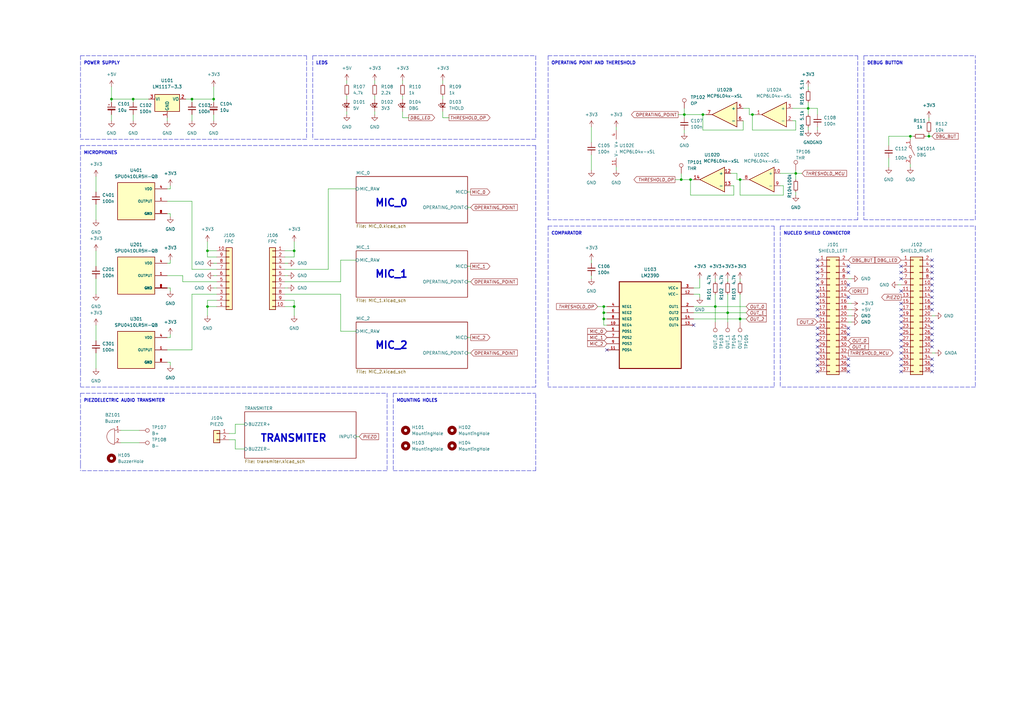
<source format=kicad_sch>
(kicad_sch (version 20211123) (generator eeschema)
  (paper "A3")
  (title_block (title "UltraSoundSensor") (date "2022-10-30") (rev "1.0") (company "Krystian Mirek"))
  (junction (at 303.53 130.81))
  (junction (at 85.09 102.87))
  (junction (at 120.65 102.87))
  (junction (at 279.4 73.66))
  (junction (at 381 55.88))
  (junction (at 85.09 125.73))
  (junction (at 303.53 73.66))
  (junction (at 120.65 125.73))
  (junction (at 298.45 128.27))
  (junction (at 54.61 40.64))
  (junction (at 283.21 73.66))
  (junction (at 78.74 40.64))
  (junction (at 308.61 46.99))
  (junction (at 87.63 40.64))
  (junction (at 293.37 125.73))
  (junction (at 331.47 44.45))
  (junction (at 373.38 55.88))
  (junction (at 326.39 71.12))
  (junction (at 247.65 125.73))
  (junction (at 247.65 130.81))
  (junction (at 280.67 46.99))
  (junction (at 247.65 128.27))
  (junction (at 45.72 40.64))
  (junction (at 288.29 46.99))
  (no_connect (at 284.48 133.35))
  (no_connect (at 248.92 143.51))
  (no_connect (at 382.27 106.68))
  (no_connect (at 335.28 109.22))
  (no_connect (at 335.28 111.76))
  (no_connect (at 335.28 106.68))
  (no_connect (at 347.98 111.76))
  (no_connect (at 347.98 109.22))
  (no_connect (at 347.98 116.84))
  (no_connect (at 335.28 114.3))
  (no_connect (at 335.28 121.92))
  (no_connect (at 335.28 119.38))
  (no_connect (at 335.28 116.84))
  (no_connect (at 347.98 121.92))
  (no_connect (at 335.28 142.24))
  (no_connect (at 335.28 139.7))
  (no_connect (at 335.28 134.62))
  (no_connect (at 335.28 137.16))
  (no_connect (at 347.98 149.86))
  (no_connect (at 347.98 152.4))
  (no_connect (at 335.28 149.86))
  (no_connect (at 335.28 152.4))
  (no_connect (at 335.28 129.54))
  (no_connect (at 347.98 137.16))
  (no_connect (at 347.98 134.62))
  (no_connect (at 335.28 127))
  (no_connect (at 335.28 147.32))
  (no_connect (at 335.28 144.78))
  (no_connect (at 335.28 124.46))
  (no_connect (at 369.57 127))
  (no_connect (at 382.27 132.08))
  (no_connect (at 382.27 139.7))
  (no_connect (at 382.27 134.62))
  (no_connect (at 382.27 137.16))
  (no_connect (at 382.27 127))
  (no_connect (at 382.27 147.32))
  (no_connect (at 369.57 139.7))
  (no_connect (at 382.27 142.24))
  (no_connect (at 369.57 147.32))
  (no_connect (at 382.27 111.76))
  (no_connect (at 369.57 109.22))
  (no_connect (at 369.57 111.76))
  (no_connect (at 382.27 114.3))
  (no_connect (at 382.27 109.22))
  (no_connect (at 369.57 114.3))
  (no_connect (at 369.57 119.38))
  (no_connect (at 382.27 119.38))
  (no_connect (at 382.27 116.84))
  (no_connect (at 369.57 124.46))
  (no_connect (at 347.98 147.32))
  (no_connect (at 382.27 124.46))
  (no_connect (at 382.27 121.92))
  (no_connect (at 382.27 152.4))
  (no_connect (at 369.57 152.4))
  (no_connect (at 382.27 149.86))
  (no_connect (at 369.57 149.86))
  (no_connect (at 369.57 129.54))
  (no_connect (at 369.57 132.08))
  (no_connect (at 369.57 134.62))
  (no_connect (at 369.57 137.16))
  (no_connect (at 369.57 144.78))
  (no_connect (at 369.57 142.24))
  (bus_entry (at 21.59 -288.29) (size 2.54 2.54))
  (wire (pts (xy 326.39 71.12) (xy 328.93 71.12)))
  (wire (pts (xy 321.31 76.2) (xy 321.31 80.01)))
  (polyline (pts (xy 33.02 190.5) (xy 33.02 193.04)))
  (wire (pts (xy 280.67 44.45) (xy 280.67 46.99)))
  (wire (pts (xy 68.58 77.47) (xy 69.85 77.47)))
  (wire (pts (xy 242.57 52.07) (xy 242.57 58.42)))
  (wire (pts (xy 116.84 107.95) (xy 118.11 107.95)))
  (wire (pts (xy 85.09 125.73) (xy 88.9 125.73)))
  (wire (pts (xy 68.58 87.63) (xy 69.85 87.63)))
  (wire (pts (xy 284.48 125.73) (xy 293.37 125.73)))
  (wire (pts (xy 45.72 40.64) (xy 45.72 41.91)))
  (wire (pts (xy 279.4 71.12) (xy 279.4 73.66)))
  (polyline (pts (xy 224.79 92.71) (xy 317.5 92.71)))
  (wire (pts (xy 303.53 130.81) (xy 303.53 132.08)))
  (wire (pts (xy 335.28 46.99) (xy 335.28 44.45)))
  (wire (pts (xy 326.39 53.34) (xy 308.61 53.34)))
  (wire (pts (xy 300.99 80.01) (xy 283.21 80.01)))
  (polyline (pts (xy 161.29 161.29) (xy 219.71 161.29)))
  (wire (pts (xy 252.73 52.07) (xy 252.73 53.34)))
  (polyline (pts (xy 224.79 92.71) (xy 224.79 158.75)))
  (wire (pts (xy 321.31 80.01) (xy 303.53 80.01)))
  (wire (pts (xy 276.86 73.66) (xy 279.4 73.66)))
  (wire (pts (xy 381 54.61) (xy 381 55.88)))
  (wire (pts (xy 335.28 44.45) (xy 331.47 44.45)))
  (polyline (pts (xy 354.33 22.86) (xy 400.05 22.86)))
  (wire (pts (xy 116.84 123.19) (xy 120.65 123.19)))
  (wire (pts (xy 242.57 113.03) (xy 242.57 114.3)))
  (wire (pts (xy 78.74 143.51) (xy 78.74 120.65)))
  (wire (pts (xy 247.65 128.27) (xy 247.65 130.81)))
  (polyline (pts (xy 128.27 22.86) (xy 128.27 57.15)))
  (wire (pts (xy 134.62 110.49) (xy 116.84 110.49)))
  (polyline (pts (xy 33.02 22.86) (xy 33.02 57.15)))
  (wire (pts (xy 68.58 138.43) (xy 69.85 138.43)))
  (wire (pts (xy 167.64 48.26) (xy 165.1 48.26)))
  (wire (pts (xy 181.61 33.02) (xy 181.61 34.29)))
  (wire (pts (xy 181.61 48.26) (xy 181.61 45.72)))
  (wire (pts (xy 283.21 73.66) (xy 284.48 73.66)))
  (wire (pts (xy 181.61 39.37) (xy 181.61 40.64)))
  (wire (pts (xy 78.74 40.64) (xy 87.63 40.64)))
  (polyline (pts (xy 161.29 193.04) (xy 219.71 193.04)))
  (wire (pts (xy 68.58 143.51) (xy 78.74 143.51)))
  (wire (pts (xy 298.45 114.3) (xy 298.45 115.57)))
  (wire (pts (xy 120.65 105.41) (xy 120.65 102.87)))
  (polyline (pts (xy 219.71 193.04) (xy 219.71 161.29)))
  (wire (pts (xy 300.99 76.2) (xy 300.99 80.01)))
  (wire (pts (xy 373.38 55.88) (xy 374.65 55.88)))
  (wire (pts (xy 153.67 33.02) (xy 153.67 34.29)))
  (wire (pts (xy 242.57 106.68) (xy 242.57 107.95)))
  (wire (pts (xy 307.34 46.99) (xy 308.61 46.99)))
  (polyline (pts (xy 125.73 57.15) (xy 33.02 57.15)))
  (polyline (pts (xy 400.05 92.71) (xy 400.05 158.75)))
  (polyline (pts (xy 158.75 193.04) (xy 33.02 193.04)))
  (wire (pts (xy 88.9 105.41) (xy 85.09 105.41)))
  (wire (pts (xy 287.02 114.3) (xy 287.02 118.11)))
  (wire (pts (xy 39.37 133.35) (xy 39.37 139.7)))
  (wire (pts (xy 242.57 63.5) (xy 242.57 69.85)))
  (wire (pts (xy 293.37 114.3) (xy 293.37 115.57)))
  (wire (pts (xy 69.85 148.59) (xy 69.85 149.86)))
  (wire (pts (xy 165.1 33.02) (xy 165.1 34.29)))
  (wire (pts (xy 293.37 125.73) (xy 293.37 132.08)))
  (wire (pts (xy 304.8 49.53) (xy 304.8 53.34)))
  (wire (pts (xy 247.65 133.35) (xy 248.92 133.35)))
  (wire (pts (xy 74.93 115.57) (xy 88.9 115.57)))
  (polyline (pts (xy 320.04 92.71) (xy 400.05 92.71)))
  (wire (pts (xy 299.72 76.2) (xy 300.99 76.2)))
  (wire (pts (xy 142.24 33.02) (xy 142.24 34.29)))
  (polyline (pts (xy 128.27 22.86) (xy 219.71 22.86)))
  (wire (pts (xy 247.65 128.27) (xy 248.92 128.27)))
  (wire (pts (xy 54.61 46.99) (xy 54.61 49.53)))
  (wire (pts (xy 69.85 138.43) (xy 69.85 137.16)))
  (wire (pts (xy 88.9 102.87) (xy 85.09 102.87)))
  (wire (pts (xy 146.05 77.47) (xy 134.62 77.47)))
  (wire (pts (xy 347.98 129.54) (xy 349.25 129.54)))
  (wire (pts (xy 39.37 114.3) (xy 39.37 120.65)))
  (wire (pts (xy 302.26 71.12) (xy 302.26 73.66)))
  (wire (pts (xy 116.84 113.03) (xy 118.11 113.03)))
  (wire (pts (xy 184.15 48.26) (xy 181.61 48.26)))
  (wire (pts (xy 88.9 118.11) (xy 87.63 118.11)))
  (wire (pts (xy 191.77 138.43) (xy 193.04 138.43)))
  (wire (pts (xy 364.49 59.69) (xy 364.49 55.88)))
  (wire (pts (xy 39.37 83.82) (xy 39.37 90.17)))
  (wire (pts (xy 283.21 80.01) (xy 283.21 73.66)))
  (wire (pts (xy 303.53 120.65) (xy 303.53 130.81)))
  (wire (pts (xy 142.24 39.37) (xy 142.24 40.64)))
  (wire (pts (xy 247.65 130.81) (xy 247.65 133.35)))
  (wire (pts (xy 304.8 44.45) (xy 307.34 44.45)))
  (wire (pts (xy 142.24 45.72) (xy 142.24 46.99)))
  (wire (pts (xy 54.61 40.64) (xy 54.61 41.91)))
  (wire (pts (xy 191.77 85.09) (xy 193.04 85.09)))
  (wire (pts (xy 85.09 102.87) (xy 85.09 99.06)))
  (wire (pts (xy 347.98 124.46) (xy 349.25 124.46)))
  (wire (pts (xy 57.15 176.53) (xy 49.53 176.53)))
  (wire (pts (xy 347.98 132.08) (xy 349.25 132.08)))
  (wire (pts (xy 347.98 127) (xy 349.25 127)))
  (wire (pts (xy 191.77 144.78) (xy 193.04 144.78)))
  (wire (pts (xy 88.9 123.19) (xy 85.09 123.19)))
  (polyline (pts (xy 158.75 161.29) (xy 158.75 193.04)))
  (polyline (pts (xy 33.02 152.4) (xy 33.02 158.75)))
  (wire (pts (xy 153.67 39.37) (xy 153.67 40.64)))
  (wire (pts (xy 165.1 48.26) (xy 165.1 45.72)))
  (wire (pts (xy 69.85 77.47) (xy 69.85 76.2)))
  (wire (pts (xy 88.9 107.95) (xy 87.63 107.95)))
  (wire (pts (xy 280.67 46.99) (xy 288.29 46.99)))
  (wire (pts (xy 320.04 71.12) (xy 326.39 71.12)))
  (wire (pts (xy 308.61 46.99) (xy 309.88 46.99)))
  (wire (pts (xy 280.67 53.34) (xy 280.67 54.61)))
  (wire (pts (xy 120.65 123.19) (xy 120.65 125.73)))
  (wire (pts (xy 134.62 77.47) (xy 134.62 110.49)))
  (wire (pts (xy 284.48 128.27) (xy 298.45 128.27)))
  (wire (pts (xy 93.98 180.34) (xy 96.52 180.34)))
  (wire (pts (xy 326.39 49.53) (xy 326.39 53.34)))
  (polyline (pts (xy 224.79 22.86) (xy 351.79 22.86)))
  (wire (pts (xy 304.8 53.34) (xy 288.29 53.34)))
  (wire (pts (xy 326.39 71.12) (xy 326.39 73.66)))
  (wire (pts (xy 96.52 180.34) (xy 96.52 184.15)))
  (wire (pts (xy 381 48.26) (xy 381 49.53)))
  (wire (pts (xy 293.37 120.65) (xy 293.37 125.73)))
  (wire (pts (xy 247.65 130.81) (xy 248.92 130.81)))
  (wire (pts (xy 325.12 44.45) (xy 331.47 44.45)))
  (wire (pts (xy 245.11 125.73) (xy 247.65 125.73)))
  (wire (pts (xy 373.38 67.31) (xy 373.38 68.58)))
  (polyline (pts (xy 224.79 22.86) (xy 224.79 90.17)))
  (wire (pts (xy 278.13 46.99) (xy 280.67 46.99)))
  (wire (pts (xy 381 55.88) (xy 382.27 55.88)))
  (polyline (pts (xy 219.71 59.69) (xy 219.71 158.75)))
  (wire (pts (xy 308.61 53.34) (xy 308.61 46.99)))
  (polyline (pts (xy 219.71 22.86) (xy 219.71 57.15)))
  (wire (pts (xy 373.38 55.88) (xy 373.38 57.15)))
  (wire (pts (xy 139.7 106.68) (xy 146.05 106.68)))
  (polyline (pts (xy 351.79 22.86) (xy 351.79 90.17)))
  (wire (pts (xy 326.39 69.85) (xy 326.39 71.12)))
  (wire (pts (xy 191.77 115.57) (xy 193.04 115.57)))
  (wire (pts (xy 153.67 45.72) (xy 153.67 46.99)))
  (wire (pts (xy 85.09 105.41) (xy 85.09 102.87)))
  (wire (pts (xy 39.37 102.87) (xy 39.37 109.22)))
  (polyline (pts (xy 33.02 161.29) (xy 33.02 190.5)))
  (polyline (pts (xy 354.33 90.17) (xy 400.05 90.17)))
  (wire (pts (xy 45.72 40.64) (xy 54.61 40.64)))
  (wire (pts (xy 146.05 179.07) (xy 147.32 179.07)))
  (polyline (pts (xy 33.02 59.69) (xy 33.02 152.4)))
  (wire (pts (xy 191.77 109.22) (xy 193.04 109.22)))
  (wire (pts (xy 76.2 40.64) (xy 78.74 40.64)))
  (wire (pts (xy 288.29 53.34) (xy 288.29 46.99)))
  (wire (pts (xy 364.49 55.88) (xy 373.38 55.88)))
  (wire (pts (xy 78.74 82.55) (xy 78.74 110.49)))
  (wire (pts (xy 96.52 184.15) (xy 100.33 184.15)))
  (wire (pts (xy 139.7 135.89) (xy 146.05 135.89)))
  (polyline (pts (xy 317.5 92.71) (xy 317.5 158.75)))
  (wire (pts (xy 382.27 129.54) (xy 383.54 129.54)))
  (polyline (pts (xy 161.29 161.29) (xy 161.29 193.04)))
  (wire (pts (xy 299.72 71.12) (xy 302.26 71.12)))
  (wire (pts (xy 303.53 73.66) (xy 304.8 73.66)))
  (wire (pts (xy 54.61 40.64) (xy 60.96 40.64)))
  (wire (pts (xy 68.58 113.03) (xy 74.93 113.03)))
  (wire (pts (xy 288.29 46.99) (xy 289.56 46.99)))
  (wire (pts (xy 68.58 48.26) (xy 68.58 49.53)))
  (wire (pts (xy 69.85 107.95) (xy 69.85 106.68)))
  (wire (pts (xy 85.09 123.19) (xy 85.09 125.73)))
  (wire (pts (xy 335.28 52.07) (xy 335.28 53.34)))
  (wire (pts (xy 39.37 72.39) (xy 39.37 78.74)))
  (wire (pts (xy 96.52 177.8) (xy 96.52 173.99)))
  (wire (pts (xy 252.73 68.58) (xy 252.73 69.85)))
  (wire (pts (xy 298.45 128.27) (xy 306.07 128.27)))
  (wire (pts (xy 287.02 118.11) (xy 284.48 118.11)))
  (wire (pts (xy 45.72 35.56) (xy 45.72 40.64)))
  (wire (pts (xy 347.98 114.3) (xy 349.25 114.3)))
  (wire (pts (xy 364.49 64.77) (xy 364.49 68.58)))
  (wire (pts (xy 279.4 73.66) (xy 283.21 73.66)))
  (wire (pts (xy 298.45 120.65) (xy 298.45 128.27)))
  (wire (pts (xy 331.47 35.56) (xy 331.47 36.83)))
  (wire (pts (xy 120.65 129.54) (xy 120.65 125.73)))
  (wire (pts (xy 307.34 44.45) (xy 307.34 46.99)))
  (polyline (pts (xy 33.02 22.86) (xy 125.73 22.86)))
  (polyline (pts (xy 354.33 22.86) (xy 354.33 90.17)))
  (polyline (pts (xy 33.02 161.29) (xy 158.75 161.29)))
  (wire (pts (xy 69.85 118.11) (xy 69.85 119.38)))
  (wire (pts (xy 302.26 73.66) (xy 303.53 73.66)))
  (wire (pts (xy 78.74 46.99) (xy 78.74 49.53)))
  (wire (pts (xy 284.48 120.65) (xy 287.02 120.65)))
  (wire (pts (xy 116.84 115.57) (xy 139.7 115.57)))
  (wire (pts (xy 303.53 114.3) (xy 303.53 115.57)))
  (polyline (pts (xy 33.02 59.69) (xy 219.71 59.69)))
  (wire (pts (xy 303.53 80.01) (xy 303.53 73.66)))
  (polyline (pts (xy 317.5 158.75) (xy 224.79 158.75)))
  (wire (pts (xy 78.74 110.49) (xy 88.9 110.49)))
  (wire (pts (xy 74.93 113.03) (xy 74.93 115.57)))
  (wire (pts (xy 68.58 148.59) (xy 69.85 148.59)))
  (wire (pts (xy 326.39 78.74) (xy 326.39 80.01)))
  (wire (pts (xy 331.47 44.45) (xy 331.47 46.99)))
  (polyline (pts (xy 219.71 57.15) (xy 128.27 57.15)))
  (polyline (pts (xy 320.04 92.71) (xy 320.04 158.75)))
  (wire (pts (xy 45.72 46.99) (xy 45.72 49.53)))
  (wire (pts (xy 382.27 144.78) (xy 383.54 144.78)))
  (wire (pts (xy 116.84 105.41) (xy 120.65 105.41)))
  (wire (pts (xy 88.9 113.03) (xy 87.63 113.03)))
  (wire (pts (xy 165.1 39.37) (xy 165.1 40.64)))
  (wire (pts (xy 247.65 125.73) (xy 247.65 128.27)))
  (wire (pts (xy 69.85 87.63) (xy 69.85 88.9)))
  (wire (pts (xy 96.52 173.99) (xy 100.33 173.99)))
  (wire (pts (xy 87.63 46.99) (xy 87.63 49.53)))
  (wire (pts (xy 85.09 129.54) (xy 85.09 125.73)))
  (polyline (pts (xy 125.73 22.86) (xy 125.73 57.15)))
  (wire (pts (xy 116.84 102.87) (xy 120.65 102.87)))
  (wire (pts (xy 78.74 120.65) (xy 88.9 120.65)))
  (wire (pts (xy 247.65 125.73) (xy 248.92 125.73)))
  (wire (pts (xy 116.84 120.65) (xy 139.7 120.65)))
  (wire (pts (xy 68.58 82.55) (xy 78.74 82.55)))
  (wire (pts (xy 191.77 78.74) (xy 193.04 78.74)))
  (wire (pts (xy 379.73 55.88) (xy 381 55.88)))
  (wire (pts (xy 39.37 144.78) (xy 39.37 151.13)))
  (wire (pts (xy 320.04 76.2) (xy 321.31 76.2)))
  (wire (pts (xy 139.7 120.65) (xy 139.7 135.89)))
  (wire (pts (xy 368.3 116.84) (xy 369.57 116.84)))
  (wire (pts (xy 68.58 118.11) (xy 69.85 118.11)))
  (polyline (pts (xy 351.79 90.17) (xy 224.79 90.17)))
  (wire (pts (xy 325.12 49.53) (xy 326.39 49.53)))
  (wire (pts (xy 139.7 115.57) (xy 139.7 106.68)))
  (wire (pts (xy 87.63 40.64) (xy 87.63 41.91)))
  (polyline (pts (xy 400.05 158.75) (xy 320.04 158.75)))
  (wire (pts (xy 120.65 125.73) (xy 116.84 125.73)))
  (wire (pts (xy 87.63 35.56) (xy 87.63 40.64)))
  (wire (pts (xy 116.84 118.11) (xy 118.11 118.11)))
  (wire (pts (xy 120.65 102.87) (xy 120.65 99.06)))
  (wire (pts (xy 284.48 130.81) (xy 303.53 130.81)))
  (wire (pts (xy 93.98 177.8) (xy 96.52 177.8)))
  (wire (pts (xy 293.37 125.73) (xy 306.07 125.73)))
  (wire (pts (xy 298.45 128.27) (xy 298.45 132.08)))
  (wire (pts (xy 303.53 130.81) (xy 306.07 130.81)))
  (wire (pts (xy 57.15 181.61) (xy 49.53 181.61)))
  (wire (pts (xy 68.58 107.95) (xy 69.85 107.95)))
  (wire (pts (xy 280.67 48.26) (xy 280.67 46.99)))
  (polyline (pts (xy 219.71 158.75) (xy 33.02 158.75)))
  (wire (pts (xy 78.74 40.64) (xy 78.74 41.91)))
  (wire (pts (xy 287.02 120.65) (xy 287.02 121.92)))
  (wire (pts (xy 331.47 52.07) (xy 331.47 53.34)))
  (wire (pts (xy 331.47 41.91) (xy 331.47 44.45)))
  (polyline (pts (xy 400.05 90.17) (xy 400.05 22.86)))
  (text "NUCLEO SHIELD CONNECTOR" (at 321.31 96.52 0) (effects (font (size 1.27 1.27) bold) (justify left bottom)))
  (text "MICROPHONES" (at 34.29 63.5 0) (effects (font (size 1.27 1.27) bold) (justify left bottom)))
  (text "COMPARATOR" (at 226.06 96.52 0) (effects (font (size 1.27 1.27) bold) (justify left bottom)))
  (text "PIEZOELECTRIC AUDIO TRANSMITER" (at 34.29 165.1 0) (effects (font (size 1.27 1.27) bold) (justify left bottom)))
  (text "OPERATING POINT AND THERESHOLD" (at 226.06 26.67 0) (effects (font (size 1.27 1.27) bold) (justify left bottom)))
  (text "POWER SUPPLY" (at 34.29 26.67 0) (effects (font (size 1.27 1.27) bold) (justify left bottom)))
  (text "DEBUG BUTTON" (at 355.6 26.67 0) (effects (font (size 1.27 1.27) bold) (justify left bottom)))
  (text "TRANSMITER" (at 106.68 181.61 0) (effects (font (size 3 3) (thickness 0.6) bold) (justify left bottom)))
  (text "MIC_1" (at 153.67 114.3 0) (effects (font (size 3 3) (thickness 0.6) bold) (justify left bottom)))
  (text "MIC_0" (at 153.67 85.09 0) (effects (font (size 3 3) (thickness 0.6) bold) (justify left bottom)))
  (text "LEDS" (at 129.54 26.67 0) (effects (font (size 1.27 1.27) bold) (justify left bottom)))
  (text "MOUNTING HOLES" (at 162.56 165.1 0) (effects (font (size 1.27 1.27) bold) (justify left bottom)))
  (text "MIC_2" (at 153.67 143.51 0) (effects (font (size 3 3) (thickness 0.6) bold) (justify left bottom)))
  (global_label "OUT_0" (shape input) (at 347.98 139.7 0) (effects (font italic)) (property "Intersheet References" "${INTERSHEET_REFS}" (effects hide)))
  (global_label "PIEZO" (shape output) (at 369.57 121.92 180) (effects (font italic)) (property "Intersheet References" "${INTERSHEET_REFS}" (effects hide)))
  (global_label "MIC_0" (shape output) (at 193.04 78.74 0) (property "Intersheet References" "${INTERSHEET_REFS}" (effects hide)))
  (global_label "OPERATING_POINT" (shape output) (at 278.13 46.99 180) (property "Intersheet References" "${INTERSHEET_REFS}" (effects hide)))
  (global_label "OUT_2" (shape input) (at 306.07 130.81 0) (effects (font italic)) (property "Intersheet References" "${INTERSHEET_REFS}" (effects hide)))
  (global_label "MIC_2" (shape input) (at 248.92 140.97 180) (property "Intersheet References" "${INTERSHEET_REFS}" (effects hide)))
  (global_label "IOREF" (shape input) (at 347.98 119.38 0) (property "Intersheet References" "${INTERSHEET_REFS}" (effects hide)))
  (global_label "OUT_1" (shape input) (at 306.07 128.27 0) (effects (font italic)) (property "Intersheet References" "${INTERSHEET_REFS}" (effects hide)))
  (global_label "DBG_BUT" (shape input) (at 382.27 55.88 0) (property "Intersheet References" "${INTERSHEET_REFS}" (effects hide)))
  (global_label "MIC_0" (shape input) (at 248.92 135.89 180) (property "Intersheet References" "${INTERSHEET_REFS}" (effects hide)))
  (global_label "MIC_1" (shape input) (at 248.92 138.43 180) (property "Intersheet References" "${INTERSHEET_REFS}" (effects hide)))
  (global_label "THRESHOLD_OP" (shape input) (at 245.11 125.73 180) (effects (font italic)) (property "Intersheet References" "${INTERSHEET_REFS}" (effects hide)))
  (global_label "OPERATING_POINT" (shape input) (at 193.04 144.78 0) (property "Intersheet References" "${INTERSHEET_REFS}" (effects hide)))
  (global_label "THRESHOLD_MCU" (shape input) (at 328.93 71.12 0) (effects (font italic)) (property "Intersheet References" "${INTERSHEET_REFS}" (effects hide)))
  (global_label "OUT_0" (shape input) (at 306.07 125.73 0) (effects (font italic)) (property "Intersheet References" "${INTERSHEET_REFS}" (effects hide)))
  (global_label "THRESHOLD_OP" (shape output) (at 276.86 73.66 180) (effects (font italic)) (property "Intersheet References" "${INTERSHEET_REFS}" (effects hide)))
  (global_label "MIC_1" (shape output) (at 193.04 109.22 0) (property "Intersheet References" "${INTERSHEET_REFS}" (effects hide)))
  (global_label "THRESHOLD_MCU" (shape output) (at 347.98 144.78 0) (effects (font italic)) (property "Intersheet References" "${INTERSHEET_REFS}" (effects hide)))
  (global_label "DBG_BUT" (shape input) (at 347.98 106.68 0) (property "Intersheet References" "${INTERSHEET_REFS}" (effects hide)))
  (global_label "MIC_2" (shape output) (at 193.04 138.43 0) (property "Intersheet References" "${INTERSHEET_REFS}" (effects hide)))
  (global_label "DBG_LED" (shape input) (at 369.57 106.68 180) (property "Intersheet References" "${INTERSHEET_REFS}" (effects hide)))
  (global_label "DBG_LED" (shape output) (at 167.64 48.26 0) (effects (font italic)) (property "Intersheet References" "${INTERSHEET_REFS}" (effects hide)))
  (global_label "THRESHOLD_OP" (shape output) (at 184.15 48.26 0) (effects (font italic)) (property "Intersheet References" "${INTERSHEET_REFS}" (effects hide)))
  (global_label "OPERATING_POINT" (shape input) (at 193.04 115.57 0) (property "Intersheet References" "${INTERSHEET_REFS}" (effects hide)))
  (global_label "PIEZO" (shape input) (at 147.32 179.07 0) (effects (font italic)) (property "Intersheet References" "${INTERSHEET_REFS}" (effects hide)))
  (global_label "OUT_2" (shape input) (at 335.28 132.08 180) (effects (font italic)) (property "Intersheet References" "${INTERSHEET_REFS}" (effects hide)))
  (global_label "OUT_1" (shape input) (at 347.98 142.24 0) (effects (font italic)) (property "Intersheet References" "${INTERSHEET_REFS}" (effects hide)))
  (global_label "OPERATING_POINT" (shape input) (at 193.04 85.09 0) (property "Intersheet References" "${INTERSHEET_REFS}" (effects hide)))
  (symbol (lib_id "power:GND") (at 331.47 53.34 0) (unit 1)
    (property "Reference" "#PWR0113" (effects hide))
    (property "Value" "GND" (at 331.47 58.42 0))
  )
  (symbol (lib_id "SPU0410LR5H-QB:SPU0410LR5H-QB") (at 55.88 143.51 0) (unit 1)
    (property "Reference" "U301" (at 55.88 130.81 0))
    (property "Value" "SPU0410LR5H-QB" (at 55.88 133.35 0))
    (property "Footprint" "SPU0410:SPU0410LR5H-QB" (effects hide))
    (property "PARTREV" "H" (effects hide))
    (property "STANDARD" "Manufacturer Recommendations" (effects hide))
    (property "MANUFACTURER" "KNOWLES" (effects hide))
  )
  (symbol (lib_id "power:+3V3") (at 39.37 102.87 0) (unit 1)
    (property "Reference" "#PWR0139" (effects hide))
    (property "Value" "+3V3" (at 39.37 97.79 0))
  )
  (symbol (lib_id "Device:R_Small") (at 165.1 36.83 0) (unit 1)
    (property "Reference" "R110" (at 167.64 35.5599 0) (effects (justify left)))
    (property "Value" "1k" (at 167.64 38.0999 0) (effects (justify left)))
    (property "Footprint" "Resistor_SMD:R_0603_1608Metric" (effects hide))
  )
  (symbol (lib_id "Connector_Generic:Conn_01x10") (at 111.76 113.03 0) (mirror y) (unit 1)
    (property "Reference" "J106" (at 111.76 96.52 0))
    (property "Value" "FPC" (at 111.76 99.06 0))
    (property "Footprint" "Connector_FFC-FPC:Hirose_FH12-10S-0.5SH_1x10-1MP_P0.50mm_Horizontal" (effects hide))
  )
  (symbol (lib_id "power:GND") (at 69.85 88.9 0) (mirror y) (unit 1)
    (property "Reference" "#PWR0140" (effects hide))
    (property "Value" "GND" (at 69.85 93.98 0))
  )
  (symbol (lib_id "Device:R_Small") (at 293.37 118.11 0) (unit 1)
    (property "Reference" "R101" (at 290.83 123.19 90) (effects (justify left)))
    (property "Value" "4.7k" (at 290.83 116.84 90) (effects (justify left)))
    (property "Footprint" "Resistor_SMD:R_0603_1608Metric" (effects hide))
  )
  (symbol (lib_id "Device:C_Small") (at 78.74 44.45 0) (unit 1)
    (property "Reference" "C103" (at 81.28 43.1862 0) (effects (justify left)))
    (property "Value" "100n" (at 81.28 45.7262 0) (effects (justify left)))
    (property "Footprint" "Capacitor_SMD:C_0603_1608Metric" (effects hide))
  )
  (symbol (lib_id "Connector:TestPoint") (at 303.53 132.08 180) (unit 1)
    (property "Reference" "TP105" (at 306.07 137.16 90) (effects (justify left)))
    (property "Value" "OUT_2" (at 303.53 137.16 90) (effects (justify left)))
    (property "Footprint" "TestPoint:TestPoint_Pad_D1.0mm" (effects hide))
  )
  (symbol (lib_id "Device:C_Small") (at 39.37 142.24 0) (unit 1)
    (property "Reference" "C301" (at 41.91 140.9762 0) (effects (justify left)))
    (property "Value" "100n" (at 41.91 143.5162 0) (effects (justify left)))
    (property "Footprint" "Capacitor_SMD:C_0603_1608Metric" (effects hide))
  )
  (symbol (lib_id "Device:Buzzer") (at 46.99 179.07 0) (mirror y) (unit 1)
    (property "Reference" "BZ101" (at 46.228 170.18 0))
    (property "Value" "Buzzer" (at 46.228 172.72 0))
    (property "Footprint" "Buzzer_Beeper:Buzzer_15x7.5RM7.6" (effects hide))
  )
  (symbol (lib_id "Device:C_Small") (at 39.37 111.76 0) (unit 1)
    (property "Reference" "C201" (at 41.91 110.4962 0) (effects (justify left)))
    (property "Value" "100n" (at 41.91 113.0362 0) (effects (justify left)))
    (property "Footprint" "Capacitor_SMD:C_0603_1608Metric" (effects hide))
  )
  (symbol (lib_id "power:+3V3") (at 331.47 35.56 0) (unit 1)
    (property "Reference" "#PWR0122" (effects hide))
    (property "Value" "+3V3" (at 331.47 30.48 0))
  )
  (symbol (lib_id "power:GND") (at 349.25 129.54 90) (unit 1)
    (property "Reference" "#PWR0127" (effects hide))
    (property "Value" "GND" (at 353.06 129.5399 90) (effects (justify right)))
  )
  (symbol (lib_id "Connector:TestPoint") (at 57.15 181.61 270) (unit 1)
    (property "Reference" "TP108" (at 62.23 180.3399 90) (effects (justify left)))
    (property "Value" "B-" (at 62.23 182.8799 90) (effects (justify left)))
    (property "Footprint" "TestPoint:TestPoint_Pad_D2.0mm" (effects hide))
  )
  (symbol (lib_id "Device:LED_Small") (at 142.24 43.18 90) (unit 1)
    (property "Reference" "D101" (at 144.78 41.8464 90) (effects (justify right)))
    (property "Value" "5V" (at 144.78 44.3864 90) (effects (justify right)))
    (property "Footprint" "LED_SMD:LED_0603_1608Metric" (effects hide))
  )
  (symbol (lib_id "Amplifier_Operational:MCP6L04x-xSL") (at 255.27 60.96 0) (unit 5)
    (property "Reference" "U102" (at 254 59.6899 0) (effects (justify left)))
    (property "Value" "MCP6L04x-xSL" (at 254 62.2299 0) (effects (justify left)))
    (property "Footprint" "Package_SO:SOIC-14_3.9x8.7mm_P1.27mm" (effects hide))
    (property "Datasheet" "http://ww1.microchip.com/downloads/en/devicedoc/22140b.pdf" (effects hide))
  )
  (symbol (lib_id "power:+3V3") (at 69.85 106.68 0) (unit 1)
    (property "Reference" "#PWR0145" (effects hide))
    (property "Value" "+3V3" (at 69.85 101.6 0))
  )
  (symbol (lib_id "power:GND") (at 364.49 68.58 0) (unit 1)
    (property "Reference" "#PWR0161" (effects hide))
    (property "Value" "GND" (at 364.49 73.66 0))
  )
  (symbol (lib_id "Device:R_Small") (at 331.47 49.53 0) (unit 1)
    (property "Reference" "R106" (at 328.93 55.88 90) (effects (justify left)))
    (property "Value" "5.1k" (at 328.93 49.53 90) (effects (justify left)))
    (property "Footprint" "Resistor_SMD:R_0603_1608Metric" (effects hide))
  )
  (symbol (lib_id "power:GND") (at 153.67 46.99 0) (unit 1)
    (property "Reference" "#PWR0132" (effects hide))
    (property "Value" "GND" (at 153.67 52.07 0))
  )
  (symbol (lib_id "power:GND") (at 349.25 114.3 90) (unit 1)
    (property "Reference" "#PWR0121" (effects hide))
    (property "Value" "GND" (at 353.06 114.2999 90) (effects (justify right)))
  )
  (symbol (lib_id "power:GND") (at 118.11 118.11 90) (unit 1)
    (property "Reference" "#PWR0158" (effects hide))
    (property "Value" "GND" (at 121.92 118.1099 90) (effects (justify right)))
  )
  (symbol (lib_id "power:+5V") (at 142.24 33.02 0) (unit 1)
    (property "Reference" "#PWR0129" (effects hide))
    (property "Value" "+5V" (at 142.24 27.94 0))
  )
  (symbol (lib_id "Connector:TestPoint") (at 280.67 44.45 0) (unit 1)
    (property "Reference" "TP102" (at 283.21 39.8779 0) (effects (justify left)))
    (property "Value" "OP" (at 283.21 42.4179 0) (effects (justify left)))
    (property "Footprint" "TestPoint:TestPoint_Pad_D1.0mm" (effects hide))
  )
  (symbol (lib_id "power:GND") (at 87.63 107.95 270) (mirror x) (unit 1)
    (property "Reference" "#PWR0153" (effects hide))
    (property "Value" "GND" (at 83.82 107.9499 90) (effects (justify right)))
  )
  (symbol (lib_id "Device:C_Small") (at 242.57 60.96 0) (unit 1)
    (property "Reference" "C105" (at 245.11 59.6962 0) (effects (justify left)))
    (property "Value" "100n" (at 245.11 62.2362 0) (effects (justify left)))
    (property "Footprint" "Capacitor_SMD:C_0603_1608Metric" (effects hide))
  )
  (symbol (lib_id "power:+3V3") (at 87.63 35.56 0) (unit 1)
    (property "Reference" "#PWR0106" (effects hide))
    (property "Value" "+3V3" (at 87.63 30.48 0))
  )
  (symbol (lib_id "power:GND") (at 118.11 107.95 90) (unit 1)
    (property "Reference" "#PWR0156" (effects hide))
    (property "Value" "GND" (at 121.92 107.9499 90) (effects (justify right)))
  )
  (symbol (lib_id "power:GND") (at 242.57 114.3 0) (unit 1)
    (property "Reference" "#PWR0111" (effects hide))
    (property "Value" "GND" (at 242.57 119.38 0))
  )
  (symbol (lib_id "Connector_Generic:Conn_01x10") (at 93.98 115.57 0) (mirror x) (unit 1)
    (property "Reference" "J105" (at 93.98 96.52 0))
    (property "Value" "FPC" (at 93.98 99.06 0))
    (property "Footprint" "Connector_FFC-FPC:Hirose_FH12-10S-0.5SH_1x10-1MP_P0.50mm_Horizontal" (effects hide))
  )
  (symbol (lib_id "Device:C_Small") (at 39.37 81.28 0) (unit 1)
    (property "Reference" "C401" (at 41.91 80.0162 0) (effects (justify left)))
    (property "Value" "100n" (at 41.91 82.5562 0) (effects (justify left)))
    (property "Footprint" "Capacitor_SMD:C_0603_1608Metric" (effects hide))
  )
  (symbol (lib_id "Mechanical:MountingHole") (at 45.72 187.96 0) (unit 1)
    (property "Reference" "H105" (at 48.26 186.6899 0) (effects (justify left)))
    (property "Value" "BuzzerHole" (at 48.26 189.2299 0) (effects (justify left)))
    (property "Footprint" "MountingHole:MountingHole_2.2mm_M2" (effects hide))
  )
  (symbol (lib_id "power:+3V3") (at 293.37 114.3 0) (unit 1)
    (property "Reference" "#PWR0117" (effects hide))
    (property "Value" "+3V3" (at 293.37 109.22 0))
  )
  (symbol (lib_id "power:GND") (at 68.58 49.53 0) (unit 1)
    (property "Reference" "#PWR0104" (effects hide))
    (property "Value" "GND" (at 68.58 54.61 0))
  )
  (symbol (lib_id "power:GND") (at 69.85 149.86 0) (mirror y) (unit 1)
    (property "Reference" "#PWR0144" (effects hide))
    (property "Value" "GND" (at 69.85 154.94 0))
  )
  (symbol (lib_id "Device:R_Small") (at 142.24 36.83 0) (unit 1)
    (property "Reference" "R107" (at 144.78 35.5599 0) (effects (justify left)))
    (property "Value" "4.7k" (at 144.78 38.0999 0) (effects (justify left)))
    (property "Footprint" "Resistor_SMD:R_0603_1608Metric" (effects hide))
  )
  (symbol (lib_id "power:+3V3") (at 252.73 52.07 0) (unit 1)
    (property "Reference" "#PWR0112" (effects hide))
    (property "Value" "+3V3" (at 252.73 46.99 0))
  )
  (symbol (lib_id "power:+3V3") (at 381 48.26 0) (unit 1)
    (property "Reference" "#PWR0163" (effects hide))
    (property "Value" "+3V3" (at 381 43.18 0))
  )
  (symbol (lib_id "power:+3V3") (at 303.53 114.3 0) (unit 1)
    (property "Reference" "#PWR0119" (effects hide))
    (property "Value" "+3V3" (at 303.53 109.22 0))
  )
  (symbol (lib_id "Mechanical:MountingHole") (at 185.42 176.53 0) (unit 1)
    (property "Reference" "H102" (at 187.96 175.2599 0) (effects (justify left)))
    (property "Value" "MountingHole" (at 187.96 177.7999 0) (effects (justify left)))
    (property "Footprint" "MountingHole:MountingHole_3.2mm_M3" (effects hide))
  )
  (symbol (lib_id "Device:R_Small") (at 381 52.07 0) (unit 1)
    (property "Reference" "R112" (at 383.54 50.7999 0) (effects (justify left)))
    (property "Value" "10k" (at 383.54 53.3399 0) (effects (justify left)))
    (property "Footprint" "Resistor_SMD:R_0603_1608Metric" (effects hide))
  )
  (symbol (lib_id "Amplifier_Operational:MCP6L04x-xSL") (at 312.42 73.66 0) (mirror y) (unit 3)
    (property "Reference" "U102" (at 312.42 63.5 0))
    (property "Value" "MCP6L04x-xSL" (at 312.42 66.04 0))
    (property "Footprint" "Package_SO:SOIC-14_3.9x8.7mm_P1.27mm" (effects hide))
    (property "Datasheet" "http://ww1.microchip.com/downloads/en/devicedoc/22140b.pdf" (effects hide))
  )
  (symbol (lib_id "Amplifier_Operational:MCP6L04x-xSL") (at 297.18 46.99 0) (mirror y) (unit 2)
    (property "Reference" "U102" (at 297.18 36.83 0))
    (property "Value" "MCP6L04x-xSL" (at 297.18 39.37 0))
    (property "Footprint" "Package_SO:SOIC-14_3.9x8.7mm_P1.27mm" (effects hide))
    (property "Datasheet" "http://ww1.microchip.com/downloads/en/devicedoc/22140b.pdf" (effects hide))
  )
  (symbol (lib_id "Connector:TestPoint") (at 57.15 176.53 270) (unit 1)
    (property "Reference" "TP107" (at 62.23 175.2599 90) (effects (justify left)))
    (property "Value" "B+" (at 62.23 177.7999 90) (effects (justify left)))
    (property "Footprint" "TestPoint:TestPoint_Pad_D2.0mm" (effects hide))
  )
  (symbol (lib_id "LM239D:LM239D") (at 266.7 133.35 0) (unit 1)
    (property "Reference" "U103" (at 266.7 110.49 0))
    (property "Value" "LM239D" (at 266.7 113.03 0))
    (property "Footprint" "Package_SO:SOIC-14_3.9x8.7mm_P1.27mm" (effects hide))
  )
  (symbol (lib_id "power:GND") (at 87.63 113.03 270) (mirror x) (unit 1)
    (property "Reference" "#PWR0154" (effects hide))
    (property "Value" "GND" (at 83.82 113.0299 90) (effects (justify right)))
  )
  (symbol (lib_id "Connector:TestPoint") (at 279.4 71.12 0) (unit 1)
    (property "Reference" "TP101" (at 281.94 66.5479 0) (effects (justify left)))
    (property "Value" "THR" (at 281.94 69.0879 0) (effects (justify left)))
    (property "Footprint" "TestPoint:TestPoint_Pad_D1.0mm" (effects hide))
  )
  (symbol (lib_id "power:+3V3") (at 69.85 76.2 0) (unit 1)
    (property "Reference" "#PWR0149" (effects hide))
    (property "Value" "+3V3" (at 69.85 71.12 0))
  )
  (symbol (lib_id "power:GND") (at 87.63 49.53 0) (unit 1)
    (property "Reference" "#PWR0107" (effects hide))
    (property "Value" "GND" (at 87.63 54.61 0))
  )
  (symbol (lib_id "power:GND") (at 45.72 49.53 0) (unit 1)
    (property "Reference" "#PWR0102" (effects hide))
    (property "Value" "GND" (at 45.72 54.61 0))
  )
  (symbol (lib_id "power:GND") (at 54.61 49.53 0) (unit 1)
    (property "Reference" "#PWR0103" (effects hide))
    (property "Value" "GND" (at 54.61 54.61 0))
  )
  (symbol (lib_id "Device:C_Small") (at 54.61 44.45 0) (unit 1)
    (property "Reference" "C102" (at 57.15 43.1862 0) (effects (justify left)))
    (property "Value" "100n" (at 57.15 45.7262 0) (effects (justify left)))
    (property "Footprint" "Capacitor_SMD:C_0603_1608Metric" (effects hide))
  )
  (symbol (lib_id "power:+3V3") (at 165.1 33.02 0) (unit 1)
    (property "Reference" "#PWR0138" (effects hide))
    (property "Value" "+3V3" (at 165.1 27.94 0))
  )
  (symbol (lib_id "power:+3V3") (at 242.57 106.68 0) (unit 1)
    (property "Reference" "#PWR0110" (effects hide))
    (property "Value" "+3V3" (at 242.57 101.6 0))
  )
  (symbol (lib_id "Device:C_Small") (at 364.49 62.23 0) (unit 1)
    (property "Reference" "C112" (at 367.03 60.9662 0) (effects (justify left)))
    (property "Value" "100n" (at 367.03 64.7762 0) (effects (justify left)))
    (property "Footprint" "Capacitor_SMD:C_0603_1608Metric" (effects hide))
  )
  (symbol (lib_id "Connector:TestPoint") (at 326.39 69.85 0) (unit 1)
    (property "Reference" "TP106" (at 326.39 62.23 0) (effects (justify left)))
    (property "Value" "THR" (at 326.39 64.77 0) (effects (justify left)))
    (property "Footprint" "TestPoint:TestPoint_Pad_D1.0mm" (effects hide))
  )
  (symbol (lib_id "power:+3V3") (at 85.09 99.06 0) (mirror y) (unit 1)
    (property "Reference" "#PWR0151" (effects hide))
    (property "Value" "+3V3" (at 85.09 93.98 0))
  )
  (symbol (lib_id "power:+3V3") (at 242.57 52.07 0) (unit 1)
    (property "Reference" "#PWR0108" (effects hide))
    (property "Value" "+3V3" (at 242.57 46.99 0))
  )
  (symbol (lib_id "Device:R_Small") (at 298.45 118.11 0) (unit 1)
    (property "Reference" "R102" (at 295.91 123.19 90) (effects (justify left)))
    (property "Value" "4.7k" (at 295.91 116.84 90) (effects (justify left)))
    (property "Footprint" "Resistor_SMD:R_0603_1608Metric" (effects hide))
  )
  (symbol (lib_id "Device:R_Small") (at 331.47 39.37 0) (unit 1)
    (property "Reference" "R105" (at 328.93 43.18 90) (effects (justify left)))
    (property "Value" "5.1k" (at 328.93 36.83 90) (effects (justify left)))
    (property "Footprint" "Resistor_SMD:R_0603_1608Metric" (effects hide))
  )
  (symbol (lib_id "Connector_Generic:Conn_02x19_Odd_Even") (at 374.65 129.54 0) (unit 1)
    (property "Reference" "J102" (at 375.92 100.33 0))
    (property "Value" "SHIELD_RIGHT" (at 375.92 102.87 0))
    (property "Footprint" "Connector_PinSocket_2.54mm:PinSocket_2x19_P2.54mm_Vertical" (effects hide))
  )
  (symbol (lib_id "power:+3V3") (at 181.61 33.02 0) (unit 1)
    (property "Reference" "#PWR0133" (effects hide))
    (property "Value" "+3V3" (at 181.61 27.94 0))
  )
  (symbol (lib_id "Device:R_Small") (at 153.67 36.83 0) (unit 1)
    (property "Reference" "R108" (at 156.21 35.5599 0) (effects (justify left)))
    (property "Value" "2.2k" (at 156.21 38.0999 0) (effects (justify left)))
    (property "Footprint" "Resistor_SMD:R_0603_1608Metric" (effects hide))
  )
  (symbol (lib_id "power:GND") (at 280.67 54.61 0) (unit 1)
    (property "Reference" "#PWR0114" (effects hide))
    (property "Value" "GND" (at 280.67 59.69 0))
  )
  (symbol (lib_id "power:+3V3") (at 349.25 124.46 270) (unit 1)
    (property "Reference" "#PWR0124" (effects hide))
    (property "Value" "+3V3" (at 353.06 124.4599 90) (effects (justify left)))
  )
  (symbol (lib_id "power:GND") (at 335.28 53.34 0) (unit 1)
    (property "Reference" "#PWR0120" (effects hide))
    (property "Value" "GND" (at 335.28 58.42 0))
  )
  (symbol (lib_id "Device:R_Small") (at 303.53 118.11 0) (unit 1)
    (property "Reference" "R103" (at 300.99 123.19 90) (effects (justify left)))
    (property "Value" "4.7k" (at 300.99 116.84 90) (effects (justify left)))
    (property "Footprint" "Resistor_SMD:R_0603_1608Metric" (effects hide))
  )
  (symbol (lib_id "power:GND") (at 69.85 119.38 0) (mirror y) (unit 1)
    (property "Reference" "#PWR0146" (effects hide))
    (property "Value" "GND" (at 69.85 124.46 0))
  )
  (symbol (lib_id "Device:LED_Small") (at 181.61 43.18 90) (unit 1)
    (property "Reference" "D103" (at 184.15 41.8464 90) (effects (justify right)))
    (property "Value" "THOLD" (at 184.15 44.3864 90) (effects (justify right)))
    (property "Footprint" "LED_SMD:LED_0603_1608Metric" (effects hide))
  )
  (symbol (lib_id "power:+5V") (at 349.25 127 270) (unit 1)
    (property "Reference" "#PWR0126" (effects hide))
    (property "Value" "+5V" (at 353.06 126.9999 90) (effects (justify left)))
  )
  (symbol (lib_id "Regulator_Linear:LM1117-3.3") (at 68.58 40.64 0) (unit 1)
    (property "Reference" "U101" (at 68.58 33.02 0))
    (property "Value" "LM1117-3.3" (at 68.58 35.56 0))
    (property "Footprint" "Package_TO_SOT_SMD:SOT-223-3_TabPin2" (effects hide))
    (property "Datasheet" "http://www.ti.com/lit/ds/symlink/lm1117.pdf" (effects hide))
  )
  (symbol (lib_id "power:GND") (at 287.02 121.92 0) (unit 1)
    (property "Reference" "#PWR0116" (effects hide))
    (property "Value" "GND" (at 287.02 127 0))
  )
  (symbol (lib_id "power:GNDA") (at 383.54 144.78 90) (unit 1)
    (property "Reference" "#PWR0137" (effects hide))
    (property "Value" "GNDA" (at 387.35 144.7799 90) (effects (justify right)))
  )
  (symbol (lib_id "power:GND") (at 85.09 129.54 0) (mirror y) (unit 1)
    (property "Reference" "#PWR0152" (effects hide))
    (property "Value" "GND" (at 85.09 134.62 0))
  )
  (symbol (lib_id "power:GND") (at 120.65 129.54 0) (unit 1)
    (property "Reference" "#PWR0160" (effects hide))
    (property "Value" "GND" (at 120.65 134.62 0))
  )
  (symbol (lib_id "power:GND") (at 349.25 132.08 90) (unit 1)
    (property "Reference" "#PWR0128" (effects hide))
    (property "Value" "GND" (at 353.06 132.0799 90) (effects (justify right)))
  )
  (symbol (lib_id "power:GND") (at 373.38 68.58 0) (unit 1)
    (property "Reference" "#PWR0162" (effects hide))
    (property "Value" "GND" (at 373.38 73.66 0))
  )
  (symbol (lib_id "power:GND") (at 118.11 113.03 90) (unit 1)
    (property "Reference" "#PWR0157" (effects hide))
    (property "Value" "GND" (at 121.92 113.0299 90) (effects (justify right)))
  )
  (symbol (lib_id "Device:LED_Small") (at 165.1 43.18 90) (unit 1)
    (property "Reference" "D104" (at 167.64 41.8464 90) (effects (justify right)))
    (property "Value" "DBG" (at 167.64 44.3864 90) (effects (justify right)))
    (property "Footprint" "LED_SMD:LED_0603_1608Metric" (effects hide))
  )
  (symbol (lib_id "power:GND") (at 78.74 49.53 0) (unit 1)
    (property "Reference" "#PWR0105" (effects hide))
    (property "Value" "GND" (at 78.74 54.61 0))
  )
  (symbol (lib_id "power:GND") (at 383.54 129.54 90) (unit 1)
    (property "Reference" "#PWR0136" (effects hide))
    (property "Value" "GND" (at 391.16 129.54 90) (effects (justify left)))
  )
  (symbol (lib_id "power:+3V3") (at 69.85 137.16 0) (unit 1)
    (property "Reference" "#PWR0147" (effects hide))
    (property "Value" "+3V3" (at 69.85 132.08 0))
  )
  (symbol (lib_id "power:+3V3") (at 287.02 114.3 0) (unit 1)
    (property "Reference" "#PWR0115" (effects hide))
    (property "Value" "+3V3" (at 287.02 109.22 0))
  )
  (symbol (lib_id "power:GND") (at 142.24 46.99 0) (unit 1)
    (property "Reference" "#PWR0130" (effects hide))
    (property "Value" "GND" (at 142.24 52.07 0))
  )
  (symbol (lib_id "Mechanical:MountingHole") (at 185.42 182.88 0) (unit 1)
    (property "Reference" "H104" (at 187.96 181.6099 0) (effects (justify left)))
    (property "Value" "MountingHole" (at 187.96 184.1499 0) (effects (justify left)))
    (property "Footprint" "MountingHole:MountingHole_3.2mm_M3" (effects hide))
  )
  (symbol (lib_id "Switch:SW_DPST_x2") (at 373.38 62.23 270) (unit 1)
    (property "Reference" "SW101" (at 375.92 60.9599 90) (effects (justify left)))
    (property "Value" "DBG" (at 375.92 63.4999 90) (effects (justify left)))
    (property "Footprint" "Button_Switch_SMD:SW_SPST_TL3342" (effects hide))
  )
  (symbol (lib_id "power:+3V3") (at 39.37 72.39 0) (unit 1)
    (property "Reference" "#PWR0143" (effects hide))
    (property "Value" "+3V3" (at 39.37 67.31 0))
  )
  (symbol (lib_id "power:GND") (at 242.57 69.85 0) (unit 1)
    (property "Reference" "#PWR0125" (effects hide))
    (property "Value" "GND" (at 242.57 74.93 0))
  )
  (symbol (lib_id "Device:C_Polarized_Small") (at 45.72 44.45 0) (unit 1)
    (property "Reference" "C101" (at 48.26 42.6338 0) (effects (justify left)))
    (property "Value" "10u" (at 48.26 45.1738 0) (effects (justify left)))
    (property "Footprint" "Capacitor_SMD:CP_Elec_4x3" (effects hide))
  )
  (symbol (lib_id "power:GND") (at 326.39 80.01 0) (unit 1)
    (property "Reference" "#PWR0109" (effects hide))
    (property "Value" "GND" (at 326.39 85.09 0))
  )
  (symbol (lib_id "Device:R_Small") (at 377.19 55.88 90) (unit 1)
    (property "Reference" "R111" (at 377.19 49.53 90))
    (property "Value" "1k" (at 377.19 52.07 90))
    (property "Footprint" "Resistor_SMD:R_0603_1608Metric" (effects hide))
  )
  (symbol (lib_id "power:+3V3") (at 39.37 133.35 0) (unit 1)
    (property "Reference" "#PWR0141" (effects hide))
    (property "Value" "+3V3" (at 39.37 128.27 0))
  )
  (symbol (lib_id "power:GND") (at 368.3 116.84 270) (unit 1)
    (property "Reference" "#PWR0135" (effects hide))
    (property "Value" "GND" (at 360.68 116.84 90) (effects (justify left)))
  )
  (symbol (lib_id "power:GND") (at 39.37 120.65 0) (mirror y) (unit 1)
    (property "Reference" "#PWR0148" (effects hide))
    (property "Value" "GND" (at 39.37 125.73 0))
  )
  (symbol (lib_id "Connector:TestPoint") (at 293.37 132.08 180) (unit 1)
    (property "Reference" "TP103" (at 295.91 137.16 90) (effects (justify left)))
    (property "Value" "OUT_0" (at 293.37 137.16 90) (effects (justify left)))
    (property "Footprint" "TestPoint:TestPoint_Pad_D1.0mm" (effects hide))
  )
  (symbol (lib_id "Device:C_Small") (at 280.67 50.8 0) (unit 1)
    (property "Reference" "C107" (at 283.21 49.5362 0) (effects (justify left)))
    (property "Value" "100n" (at 283.21 52.0762 0) (effects (justify left)))
    (property "Footprint" "Capacitor_SMD:C_0603_1608Metric" (effects hide))
  )
  (symbol (lib_id "power:GND") (at 252.73 69.85 0) (unit 1)
    (property "Reference" "#PWR0123" (effects hide))
    (property "Value" "GND" (at 252.73 74.93 0))
  )
  (symbol (lib_id "SPU0410LR5H-QB:SPU0410LR5H-QB") (at 55.88 82.55 0) (unit 1)
    (property "Reference" "U401" (at 55.88 69.85 0))
    (property "Value" "SPU0410LR5H-QB" (at 55.88 72.39 0))
    (property "Footprint" "SPU0410:SPU0410LR5H-QB" (effects hide))
    (property "PARTREV" "H" (effects hide))
    (property "STANDARD" "Manufacturer Recommendations" (effects hide))
    (property "MANUFACTURER" "KNOWLES" (effects hide))
  )
  (symbol (lib_id "Device:R_Small") (at 326.39 76.2 0) (unit 1)
    (property "Reference" "R104" (at 323.85 81.28 90) (effects (justify left)))
    (property "Value" "100k" (at 323.85 76.2 90) (effects (justify left)))
    (property "Footprint" "Resistor_SMD:R_0603_1608Metric" (effects hide))
  )
  (symbol (lib_id "Device:C_Polarized_Small") (at 87.63 44.45 0) (unit 1)
    (property "Reference" "C104" (at 90.17 42.6338 0) (effects (justify left)))
    (property "Value" "10u" (at 90.17 45.1738 0) (effects (justify left)))
    (property "Footprint" "Capacitor_SMD:CP_Elec_4x3" (effects hide))
  )
  (symbol (lib_id "Connector_Generic:Conn_01x02") (at 88.9 177.8 0) (mirror y) (unit 1)
    (property "Reference" "J104" (at 88.9 171.45 0))
    (property "Value" "PIEZO" (at 88.9 173.99 0))
    (property "Footprint" "Connector_PinHeader_2.54mm:PinHeader_1x02_P2.54mm_Vertical" (effects hide))
  )
  (symbol (lib_id "Mechanical:MountingHole") (at 166.37 176.53 0) (unit 1)
    (property "Reference" "H101" (at 168.91 175.2599 0) (effects (justify left)))
    (property "Value" "MountingHole" (at 168.91 177.7999 0) (effects (justify left)))
    (property "Footprint" "MountingHole:MountingHole_3.2mm_M3" (effects hide))
  )
  (symbol (lib_id "Device:C_Small") (at 335.28 49.53 0) (unit 1)
    (property "Reference" "C108" (at 337.82 48.2662 0) (effects (justify left)))
    (property "Value" "100n" (at 337.82 50.8062 0) (effects (justify left)))
    (property "Footprint" "Capacitor_SMD:C_0603_1608Metric" (effects hide))
  )
  (symbol (lib_id "Device:LED_Small") (at 153.67 43.18 90) (unit 1)
    (property "Reference" "D102" (at 156.21 41.8464 90) (effects (justify right)))
    (property "Value" "3V3" (at 156.21 44.3864 90) (effects (justify right)))
    (property "Footprint" "LED_SMD:LED_0603_1608Metric" (effects hide))
  )
  (symbol (lib_id "power:+3V3") (at 298.45 114.3 0) (unit 1)
    (property "Reference" "#PWR0118" (effects hide))
    (property "Value" "+3V3" (at 298.45 109.22 0))
  )
  (symbol (lib_id "Connector_Generic:Conn_02x19_Odd_Even") (at 340.36 129.54 0) (unit 1)
    (property "Reference" "J101" (at 341.63 100.33 0))
    (property "Value" "SHIELD_LEFT" (at 341.63 102.87 0))
    (property "Footprint" "Connector_PinSocket_2.54mm:PinSocket_2x19_P2.54mm_Vertical" (effects hide))
  )
  (symbol (lib_id "Device:C_Small") (at 242.57 110.49 0) (unit 1)
    (property "Reference" "C106" (at 245.11 109.2262 0) (effects (justify left)))
    (property "Value" "100n" (at 245.11 111.7662 0) (effects (justify left)))
    (property "Footprint" "Capacitor_SMD:C_0603_1608Metric" (effects hide))
  )
  (symbol (lib_id "power:GND") (at 87.63 118.11 270) (mirror x) (unit 1)
    (property "Reference" "#PWR0155" (effects hide))
    (property "Value" "GND" (at 83.82 118.1099 90) (effects (justify right)))
  )
  (symbol (lib_id "Connector:TestPoint") (at 298.45 132.08 180) (unit 1)
    (property "Reference" "TP104" (at 300.99 137.16 90) (effects (justify left)))
    (property "Value" "OUT_1" (at 298.45 137.16 90) (effects (justify left)))
    (property "Footprint" "TestPoint:TestPoint_Pad_D1.0mm" (effects hide))
  )
  (symbol (lib_id "power:GND") (at 39.37 151.13 0) (mirror y) (unit 1)
    (property "Reference" "#PWR0150" (effects hide))
    (property "Value" "GND" (at 39.37 156.21 0))
  )
  (symbol (lib_id "SPU0410LR5H-QB:SPU0410LR5H-QB") (at 55.88 113.03 0) (unit 1)
    (property "Reference" "U201" (at 55.88 100.33 0))
    (property "Value" "SPU0410LR5H-QB" (at 55.88 102.87 0))
    (property "Footprint" "SPU0410:SPU0410LR5H-QB" (effects hide))
    (property "PARTREV" "H" (effects hide))
    (property "STANDARD" "Manufacturer Recommendations" (effects hide))
    (property "MANUFACTURER" "KNOWLES" (effects hide))
  )
  (symbol (lib_id "Device:R_Small") (at 181.61 36.83 0) (unit 1)
    (property "Reference" "R109" (at 184.15 35.5599 0) (effects (justify left)))
    (property "Value" "1k" (at 184.15 38.0999 0) (effects (justify left)))
    (property "Footprint" "Resistor_SMD:R_0603_1608Metric" (effects hide))
  )
  (symbol (lib_id "Amplifier_Operational:MCP6L04x-xSL") (at 317.5 46.99 0) (mirror y) (unit 1)
    (property "Reference" "U102" (at 317.5 36.83 0))
    (property "Value" "MCP6L04x-xSL" (at 317.5 39.37 0))
    (property "Footprint" "Package_SO:SOIC-14_3.9x8.7mm_P1.27mm" (effects hide))
    (property "Datasheet" "http://ww1.microchip.com/downloads/en/devicedoc/22140b.pdf" (effects hide))
  )
  (symbol (lib_id "Mechanical:MountingHole") (at 166.37 182.88 0) (unit 1)
    (property "Reference" "H103" (at 168.91 181.6099 0) (effects (justify left)))
    (property "Value" "MountingHole" (at 168.91 184.1499 0) (effects (justify left)))
    (property "Footprint" "MountingHole:MountingHole_3.2mm_M3" (effects hide))
  )
  (symbol (lib_id "power:+5V") (at 45.72 35.56 0) (unit 1)
    (property "Reference" "#PWR0101" (effects hide))
    (property "Value" "+5V" (at 45.72 30.48 0))
  )
  (symbol (lib_id "power:+3V3") (at 120.65 99.06 0) (unit 1)
    (property "Reference" "#PWR0159" (effects hide))
    (property "Value" "+3V3" (at 120.65 93.98 0))
  )
  (symbol (lib_id "power:GND") (at 39.37 90.17 0) (mirror y) (unit 1)
    (property "Reference" "#PWR0142" (effects hide))
    (property "Value" "GND" (at 39.37 95.25 0))
  )
  (symbol (lib_id "power:+3V3") (at 153.67 33.02 0) (unit 1)
    (property "Reference" "#PWR0131" (effects hide))
    (property "Value" "+3V3" (at 153.67 27.94 0))
  )
  (symbol (lib_id "Amplifier_Operational:MCP6L04x-xSL") (at 292.1 73.66 0) (mirror y) (unit 4)
    (property "Reference" "U102" (at 292.1 63.5 0))
    (property "Value" "MCP6L04x-xSL" (at 295.91 66.04 0))
    (property "Footprint" "Package_SO:SOIC-14_3.9x8.7mm_P1.27mm" (effects hide))
    (property "Datasheet" "http://ww1.microchip.com/downloads/en/devicedoc/22140b.pdf" (effects hide))
  )
  (sheet (at 146.05 72.39) (size 45.72 19.05) (stroke (width 0.1524))
    (property "Sheet name" "MIC_0" (at 146.05 71.6784 0) (effects (justify left bottom)))
    (property "Sheet file" "MIC_0.kicad_sch" (at 146.05 92.0246 0) (effects (justify left top)))
    (pin "OPERATING_POINT" input (at 191.77 85.09 0))
    (pin "MIC_RAW" input (at 146.05 77.47 180))
    (pin "MIC" output (at 191.77 78.74 0))
  )
  (sheet (at 146.05 102.87) (size 45.72 19.05) (stroke (width 0.1524))
    (property "Sheet name" "MIC_1" (at 146.05 102.1584 0) (effects (justify left bottom)))
    (property "Sheet file" "MIC_1.kicad_sch" (at 146.05 122.5046 0) (effects (justify left top)))
    (pin "OPERATING_POINT" input (at 191.77 115.57 0))
    (pin "MIC" output (at 191.77 109.22 0))
    (pin "MIC_RAW" input (at 146.05 106.68 180))
  )
  (sheet (at 100.33 168.91) (size 45.72 19.05) (stroke (width 0.1524))
    (property "Sheet name" "TRANSMITER" (at 100.33 168.1984 0) (effects (justify left bottom)))
    (property "Sheet file" "transmiter.kicad_sch" (at 100.33 188.5446 0) (effects (justify left top)))
    (pin "BUZZER-" input (at 100.33 184.15 180))
    (pin "BUZZER+" input (at 100.33 173.99 180))
    (pin "INPUT" input (at 146.05 179.07 0))
  )
  (sheet (at 146.05 132.08) (size 45.72 19.05) (stroke (width 0.1524))
    (property "Sheet name" "MIC_2" (at 146.05 131.3684 0) (effects (justify left bottom)))
    (property "Sheet file" "MIC_2.kicad_sch" (at 146.05 151.7146 0) (effects (justify left top)))
    (pin "OPERATING_POINT" input (at 191.77 144.78 0))
    (pin "MIC" output (at 191.77 138.43 0))
    (pin "MIC_RAW" input (at 146.05 135.89 180))
  )
)
</source>
